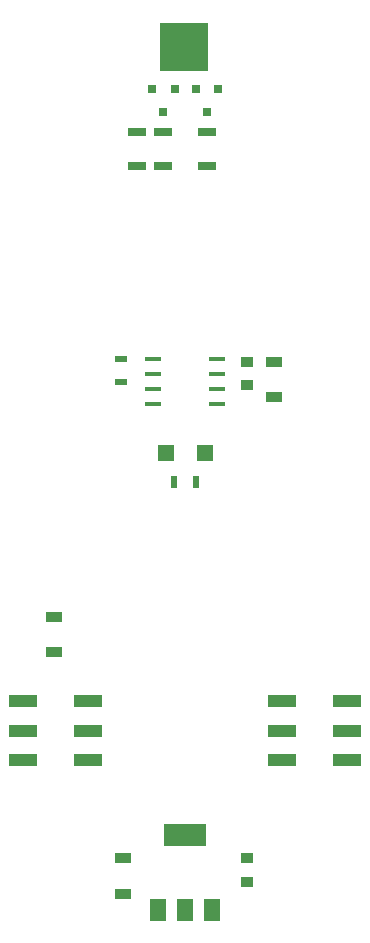
<source format=gbr>
G04 #@! TF.FileFunction,Paste,Top*
%FSLAX46Y46*%
G04 Gerber Fmt 4.6, Leading zero omitted, Abs format (unit mm)*
G04 Created by KiCad (PCBNEW 4.0.6-e0-6349~52~ubuntu16.10.1) date Tue Oct 17 03:14:20 2017*
%MOMM*%
%LPD*%
G01*
G04 APERTURE LIST*
%ADD10C,0.100000*%
%ADD11R,1.340000X1.340000*%
%ADD12R,1.440000X0.840000*%
%ADD13R,1.090000X0.840000*%
%ADD14R,4.040000X4.040000*%
%ADD15R,0.640000X0.740000*%
%ADD16R,1.540000X0.740000*%
%ADD17R,1.390000X0.440000*%
%ADD18R,2.340000X1.040000*%
%ADD19R,1.140000X0.540000*%
%ADD20R,0.540000X1.140000*%
%ADD21R,3.640000X1.840000*%
%ADD22R,1.340000X1.840000*%
G04 APERTURE END LIST*
D10*
D11*
X101650000Y-134500000D03*
X98350000Y-134500000D03*
D12*
X107569000Y-129746000D03*
X107569000Y-126746000D03*
D13*
X105283000Y-128746000D03*
X105283000Y-126746000D03*
D14*
X99949000Y-100076000D03*
D15*
X102804000Y-103648000D03*
X100904000Y-103648000D03*
X101854000Y-105648000D03*
X99121000Y-103648000D03*
X97221000Y-103648000D03*
X98171000Y-105648000D03*
D16*
X98171000Y-107315000D03*
X98171000Y-110215000D03*
X101854000Y-107315000D03*
X101854000Y-110215000D03*
D17*
X97300000Y-126492000D03*
X97300000Y-127762000D03*
X97300000Y-129032000D03*
X97300000Y-130302000D03*
X102700000Y-130302000D03*
X102700000Y-129032000D03*
X102700000Y-127762000D03*
X102700000Y-126492000D03*
D12*
X94742000Y-168807000D03*
X94742000Y-171807000D03*
D13*
X105283000Y-168799000D03*
X105283000Y-170799000D03*
D18*
X86250000Y-160500000D03*
X91750000Y-160500000D03*
X86250000Y-155500000D03*
X91750000Y-155500000D03*
X86250000Y-158000000D03*
X91750000Y-158000000D03*
D19*
X94615000Y-126558000D03*
X94615000Y-128458000D03*
D12*
X88900000Y-148336000D03*
X88900000Y-151336000D03*
D20*
X100950000Y-136906000D03*
X99050000Y-136906000D03*
D18*
X108250000Y-160500000D03*
X113750000Y-160500000D03*
X108250000Y-155500000D03*
X113750000Y-155500000D03*
X108250000Y-158000000D03*
X113750000Y-158000000D03*
D16*
X95961200Y-107320080D03*
X95961200Y-110220080D03*
D21*
X100000000Y-166850000D03*
D22*
X100000000Y-173150000D03*
X102300000Y-173150000D03*
X97700000Y-173150000D03*
M02*

</source>
